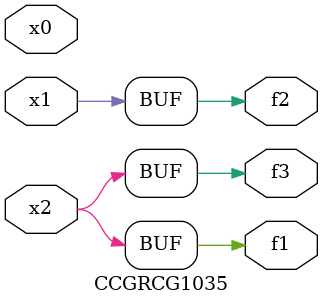
<source format=v>
module CCGRCG1035(
	input x0, x1, x2,
	output f1, f2, f3
);
	assign f1 = x2;
	assign f2 = x1;
	assign f3 = x2;
endmodule

</source>
